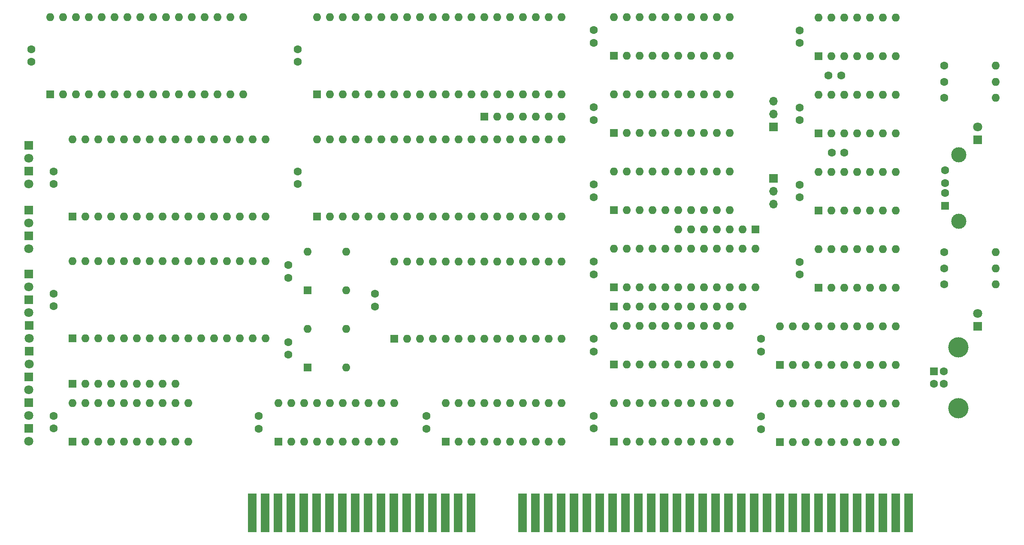
<source format=gts>
G04 #@! TF.GenerationSoftware,KiCad,Pcbnew,7.0.7*
G04 #@! TF.CreationDate,2023-09-15T21:48:08-04:00*
G04 #@! TF.ProjectId,2 - CPU and core components (Rev 2.2),32202d20-4350-4552-9061-6e6420636f72,rev?*
G04 #@! TF.SameCoordinates,Original*
G04 #@! TF.FileFunction,Soldermask,Top*
G04 #@! TF.FilePolarity,Negative*
%FSLAX46Y46*%
G04 Gerber Fmt 4.6, Leading zero omitted, Abs format (unit mm)*
G04 Created by KiCad (PCBNEW 7.0.7) date 2023-09-15 21:48:08*
%MOMM*%
%LPD*%
G01*
G04 APERTURE LIST*
%ADD10C,1.600000*%
%ADD11R,1.800000X1.800000*%
%ADD12C,1.800000*%
%ADD13R,1.600000X1.600000*%
%ADD14O,1.600000X1.600000*%
%ADD15C,4.000000*%
%ADD16R,1.700000X1.700000*%
%ADD17O,1.700000X1.700000*%
%ADD18C,3.000000*%
%ADD19R,1.780000X7.620000*%
G04 APERTURE END LIST*
D10*
X215265000Y-58464600D03*
X215265000Y-55964600D03*
X174625000Y-71140000D03*
X174625000Y-73640000D03*
X215265000Y-86434600D03*
X215265000Y-88934600D03*
D11*
X63156800Y-98993000D03*
D12*
X63156800Y-101533000D03*
D10*
X174625000Y-40660000D03*
X174625000Y-43160000D03*
X116205000Y-71070000D03*
X116205000Y-68570000D03*
X68028000Y-116840000D03*
X68028000Y-119340000D03*
D13*
X71755000Y-121890000D03*
D14*
X74295000Y-121890000D03*
X76835000Y-121890000D03*
X79375000Y-121890000D03*
X81915000Y-121890000D03*
X84455000Y-121890000D03*
X86995000Y-121890000D03*
X89535000Y-121890000D03*
X92075000Y-121890000D03*
X94615000Y-121890000D03*
X94615000Y-114270000D03*
X92075000Y-114270000D03*
X89535000Y-114270000D03*
X86995000Y-114270000D03*
X84455000Y-114270000D03*
X81915000Y-114270000D03*
X79375000Y-114270000D03*
X76835000Y-114270000D03*
X74295000Y-114270000D03*
X71755000Y-114270000D03*
D11*
X63150000Y-76163800D03*
D12*
X63150000Y-78703800D03*
D13*
X219012100Y-45784600D03*
D14*
X221552100Y-45784600D03*
X224092100Y-45784600D03*
X226632100Y-45784600D03*
X229172100Y-45784600D03*
X231712100Y-45784600D03*
X234252100Y-45784600D03*
X234252100Y-38164600D03*
X231712100Y-38164600D03*
X229172100Y-38164600D03*
X226632100Y-38164600D03*
X224092100Y-38164600D03*
X221552100Y-38164600D03*
X219012100Y-38164600D03*
D10*
X68028000Y-92690000D03*
X68028000Y-95190000D03*
D13*
X67310000Y-53310000D03*
D14*
X69850000Y-53310000D03*
X72390000Y-53310000D03*
X74930000Y-53310000D03*
X77470000Y-53310000D03*
X80010000Y-53310000D03*
X82550000Y-53310000D03*
X85090000Y-53310000D03*
X87630000Y-53310000D03*
X90170000Y-53310000D03*
X92710000Y-53310000D03*
X95250000Y-53310000D03*
X97790000Y-53310000D03*
X100330000Y-53310000D03*
X102870000Y-53310000D03*
X105410000Y-53310000D03*
X105410000Y-38070000D03*
X102870000Y-38070000D03*
X100330000Y-38070000D03*
X97790000Y-38070000D03*
X95250000Y-38070000D03*
X92710000Y-38070000D03*
X90170000Y-38070000D03*
X87630000Y-38070000D03*
X85090000Y-38070000D03*
X82550000Y-38070000D03*
X80010000Y-38070000D03*
X77470000Y-38070000D03*
X74930000Y-38070000D03*
X72390000Y-38070000D03*
X69850000Y-38070000D03*
X67310000Y-38070000D03*
D10*
X116205000Y-46940000D03*
X116205000Y-44440000D03*
X223442100Y-49594600D03*
X220942100Y-49594600D03*
D11*
X63150000Y-119333800D03*
D12*
X63150000Y-121873800D03*
D10*
X131445000Y-92730000D03*
X131445000Y-95230000D03*
D13*
X241719000Y-108034600D03*
D10*
X241719000Y-110534600D03*
X243719000Y-110534600D03*
X243719000Y-108034600D03*
D15*
X246579000Y-103284600D03*
X246579000Y-115284600D03*
D13*
X71750000Y-110490000D03*
D14*
X74290000Y-110490000D03*
X76830000Y-110490000D03*
X79370000Y-110490000D03*
X81910000Y-110490000D03*
X84450000Y-110490000D03*
X86990000Y-110490000D03*
X89530000Y-110490000D03*
X92070000Y-110490000D03*
D10*
X174625000Y-86380000D03*
X174625000Y-88880000D03*
D11*
X250355100Y-62294600D03*
D12*
X250355100Y-59754600D03*
D13*
X71755000Y-101560000D03*
D14*
X74295000Y-101560000D03*
X76835000Y-101560000D03*
X79375000Y-101560000D03*
X81915000Y-101560000D03*
X84455000Y-101560000D03*
X86995000Y-101560000D03*
X89535000Y-101560000D03*
X92075000Y-101560000D03*
X94615000Y-101560000D03*
X97155000Y-101560000D03*
X99695000Y-101560000D03*
X102235000Y-101560000D03*
X104775000Y-101560000D03*
X107315000Y-101560000D03*
X109855000Y-101560000D03*
X109855000Y-86320000D03*
X107315000Y-86320000D03*
X104775000Y-86320000D03*
X102235000Y-86320000D03*
X99695000Y-86320000D03*
X97155000Y-86320000D03*
X94615000Y-86320000D03*
X92075000Y-86320000D03*
X89535000Y-86320000D03*
X86995000Y-86320000D03*
X84455000Y-86320000D03*
X81915000Y-86320000D03*
X79375000Y-86320000D03*
X76835000Y-86320000D03*
X74295000Y-86320000D03*
X71755000Y-86320000D03*
D13*
X211397100Y-106744600D03*
D14*
X213937100Y-106744600D03*
X216477100Y-106744600D03*
X219017100Y-106744600D03*
X221557100Y-106744600D03*
X224097100Y-106744600D03*
X226637100Y-106744600D03*
X229177100Y-106744600D03*
X231717100Y-106744600D03*
X234257100Y-106744600D03*
X234257100Y-99124600D03*
X231717100Y-99124600D03*
X229177100Y-99124600D03*
X226637100Y-99124600D03*
X224097100Y-99124600D03*
X221557100Y-99124600D03*
X219017100Y-99124600D03*
X216477100Y-99124600D03*
X213937100Y-99124600D03*
X211397100Y-99124600D03*
D16*
X210127100Y-69914600D03*
D17*
X210127100Y-72454600D03*
X210127100Y-74994600D03*
D11*
X63150000Y-68523800D03*
D12*
X63150000Y-71063800D03*
D16*
X210127100Y-59754600D03*
D17*
X210127100Y-57214600D03*
X210127100Y-54674600D03*
D13*
X120015000Y-53330000D03*
D14*
X122555000Y-53330000D03*
X125095000Y-53330000D03*
X127635000Y-53330000D03*
X130175000Y-53330000D03*
X132715000Y-53330000D03*
X135255000Y-53330000D03*
X137795000Y-53330000D03*
X140335000Y-53330000D03*
X142875000Y-53330000D03*
X145415000Y-53330000D03*
X147955000Y-53330000D03*
X150495000Y-53330000D03*
X153035000Y-53330000D03*
X155575000Y-53330000D03*
X158115000Y-53330000D03*
X160655000Y-53330000D03*
X163195000Y-53330000D03*
X165735000Y-53330000D03*
X168275000Y-53330000D03*
X168275000Y-38090000D03*
X165735000Y-38090000D03*
X163195000Y-38090000D03*
X160655000Y-38090000D03*
X158115000Y-38090000D03*
X155575000Y-38090000D03*
X153035000Y-38090000D03*
X150495000Y-38090000D03*
X147955000Y-38090000D03*
X145415000Y-38090000D03*
X142875000Y-38090000D03*
X140335000Y-38090000D03*
X137795000Y-38090000D03*
X135255000Y-38090000D03*
X132715000Y-38090000D03*
X130175000Y-38090000D03*
X127635000Y-38090000D03*
X125095000Y-38090000D03*
X122555000Y-38090000D03*
X120015000Y-38090000D03*
D13*
X120015000Y-77460000D03*
D14*
X122555000Y-77460000D03*
X125095000Y-77460000D03*
X127635000Y-77460000D03*
X130175000Y-77460000D03*
X132715000Y-77460000D03*
X135255000Y-77460000D03*
X137795000Y-77460000D03*
X140335000Y-77460000D03*
X142875000Y-77460000D03*
X145415000Y-77460000D03*
X147955000Y-77460000D03*
X150495000Y-77460000D03*
X153035000Y-77460000D03*
X155575000Y-77460000D03*
X158115000Y-77460000D03*
X160655000Y-77460000D03*
X163195000Y-77460000D03*
X165735000Y-77460000D03*
X168275000Y-77460000D03*
X168275000Y-62220000D03*
X165735000Y-62220000D03*
X163195000Y-62220000D03*
X160655000Y-62220000D03*
X158115000Y-62220000D03*
X155575000Y-62220000D03*
X153035000Y-62220000D03*
X150495000Y-62220000D03*
X147955000Y-62220000D03*
X145415000Y-62220000D03*
X142875000Y-62220000D03*
X140335000Y-62220000D03*
X137795000Y-62220000D03*
X135255000Y-62220000D03*
X132715000Y-62220000D03*
X130175000Y-62220000D03*
X127635000Y-62220000D03*
X125095000Y-62220000D03*
X122555000Y-62220000D03*
X120015000Y-62220000D03*
D13*
X118110000Y-92065000D03*
D14*
X125730000Y-92065000D03*
X125730000Y-84445000D03*
X118110000Y-84445000D03*
D11*
X63150000Y-81243800D03*
D12*
X63150000Y-83783800D03*
D13*
X135255000Y-101600000D03*
D14*
X137795000Y-101600000D03*
X140335000Y-101600000D03*
X142875000Y-101600000D03*
X145415000Y-101600000D03*
X147955000Y-101600000D03*
X150495000Y-101600000D03*
X153035000Y-101600000D03*
X155575000Y-101600000D03*
X158115000Y-101600000D03*
X160655000Y-101600000D03*
X163195000Y-101600000D03*
X165735000Y-101600000D03*
X168275000Y-101600000D03*
X168275000Y-86360000D03*
X165735000Y-86360000D03*
X163195000Y-86360000D03*
X160655000Y-86360000D03*
X158115000Y-86360000D03*
X155575000Y-86360000D03*
X153035000Y-86360000D03*
X150495000Y-86360000D03*
X147955000Y-86360000D03*
X145415000Y-86360000D03*
X142875000Y-86360000D03*
X140335000Y-86360000D03*
X137795000Y-86360000D03*
X135255000Y-86360000D03*
D10*
X243782100Y-90889600D03*
D14*
X253942100Y-90889600D03*
D13*
X178562000Y-60960000D03*
D14*
X181102000Y-60960000D03*
X183642000Y-60960000D03*
X186182000Y-60960000D03*
X188722000Y-60960000D03*
X191262000Y-60960000D03*
X193802000Y-60960000D03*
X196342000Y-60960000D03*
X198882000Y-60960000D03*
X201422000Y-60960000D03*
X201422000Y-53340000D03*
X198882000Y-53340000D03*
X196342000Y-53340000D03*
X193802000Y-53340000D03*
X191262000Y-53340000D03*
X188722000Y-53340000D03*
X186182000Y-53340000D03*
X183642000Y-53340000D03*
X181102000Y-53340000D03*
X178562000Y-53340000D03*
D11*
X63150000Y-88853800D03*
D12*
X63150000Y-91393800D03*
D13*
X145415000Y-121910000D03*
D14*
X147955000Y-121910000D03*
X150495000Y-121910000D03*
X153035000Y-121910000D03*
X155575000Y-121910000D03*
X158115000Y-121910000D03*
X160655000Y-121910000D03*
X163195000Y-121910000D03*
X165735000Y-121910000D03*
X168275000Y-121910000D03*
X168275000Y-114290000D03*
X165735000Y-114290000D03*
X163195000Y-114290000D03*
X160655000Y-114290000D03*
X158115000Y-114290000D03*
X155575000Y-114290000D03*
X153035000Y-114290000D03*
X150495000Y-114290000D03*
X147955000Y-114290000D03*
X145415000Y-114290000D03*
D11*
X63150000Y-93933800D03*
D12*
X63150000Y-96473800D03*
D10*
X215265000Y-73704600D03*
X215265000Y-71204600D03*
D13*
X219017100Y-61024600D03*
D14*
X221557100Y-61024600D03*
X224097100Y-61024600D03*
X226637100Y-61024600D03*
X229177100Y-61024600D03*
X231717100Y-61024600D03*
X234257100Y-61024600D03*
X234257100Y-53404600D03*
X231717100Y-53404600D03*
X229177100Y-53404600D03*
X226637100Y-53404600D03*
X224097100Y-53404600D03*
X221557100Y-53404600D03*
X219017100Y-53404600D03*
D10*
X243782100Y-47709600D03*
D14*
X253942100Y-47709600D03*
D10*
X63583000Y-44420000D03*
X63583000Y-46920000D03*
X114300000Y-102255000D03*
X114300000Y-104755000D03*
X141605000Y-116850000D03*
X141605000Y-119350000D03*
X243782100Y-50884600D03*
D14*
X253942100Y-50884600D03*
D10*
X174625000Y-116840000D03*
X174625000Y-119340000D03*
D13*
X206502000Y-80020000D03*
D14*
X203962000Y-80020000D03*
X201422000Y-80020000D03*
X198882000Y-80020000D03*
X196342000Y-80020000D03*
X193802000Y-80020000D03*
X191262000Y-80020000D03*
D10*
X174625000Y-101630000D03*
X174625000Y-104130000D03*
X114300000Y-87055000D03*
X114300000Y-89555000D03*
X224097100Y-64834600D03*
X221597100Y-64834600D03*
D13*
X243989700Y-75339600D03*
D10*
X243989700Y-72839600D03*
X243989700Y-70839600D03*
X243989700Y-68339600D03*
D18*
X246699700Y-78409600D03*
X246699700Y-65269600D03*
D13*
X178562000Y-106680000D03*
D14*
X181102000Y-106680000D03*
X183642000Y-106680000D03*
X186182000Y-106680000D03*
X188722000Y-106680000D03*
X191262000Y-106680000D03*
X193802000Y-106680000D03*
X196342000Y-106680000D03*
X198882000Y-106680000D03*
X201422000Y-106680000D03*
X201422000Y-99060000D03*
X198882000Y-99060000D03*
X196342000Y-99060000D03*
X193802000Y-99060000D03*
X191262000Y-99060000D03*
X188722000Y-99060000D03*
X186182000Y-99060000D03*
X183642000Y-99060000D03*
X181102000Y-99060000D03*
X178562000Y-99060000D03*
D13*
X118110000Y-107305000D03*
D14*
X125730000Y-107305000D03*
X125730000Y-99685000D03*
X118110000Y-99685000D03*
D10*
X243782100Y-87714600D03*
D14*
X253942100Y-87714600D03*
D13*
X178567000Y-121900000D03*
D14*
X181107000Y-121900000D03*
X183647000Y-121900000D03*
X186187000Y-121900000D03*
X188727000Y-121900000D03*
X191267000Y-121900000D03*
X193807000Y-121900000D03*
X196347000Y-121900000D03*
X198887000Y-121900000D03*
X201427000Y-121900000D03*
X201427000Y-114280000D03*
X198887000Y-114280000D03*
X196347000Y-114280000D03*
X193807000Y-114280000D03*
X191267000Y-114280000D03*
X188727000Y-114280000D03*
X186187000Y-114280000D03*
X183647000Y-114280000D03*
X181107000Y-114280000D03*
X178567000Y-114280000D03*
D10*
X243782100Y-54059600D03*
D14*
X253942100Y-54059600D03*
D10*
X207645000Y-116944600D03*
X207645000Y-119444600D03*
D13*
X219017100Y-91504600D03*
D14*
X221557100Y-91504600D03*
X224097100Y-91504600D03*
X226637100Y-91504600D03*
X229177100Y-91504600D03*
X231717100Y-91504600D03*
X234257100Y-91504600D03*
X234257100Y-83884600D03*
X231717100Y-83884600D03*
X229177100Y-83884600D03*
X226637100Y-83884600D03*
X224097100Y-83884600D03*
X221557100Y-83884600D03*
X219017100Y-83884600D03*
D11*
X63156800Y-104073000D03*
D12*
X63156800Y-106613000D03*
D13*
X153035000Y-57785000D03*
D14*
X155575000Y-57785000D03*
X158115000Y-57785000D03*
X160655000Y-57785000D03*
X163195000Y-57785000D03*
X165735000Y-57785000D03*
X168275000Y-57785000D03*
D10*
X243782100Y-84539600D03*
D14*
X253942100Y-84539600D03*
D13*
X219017100Y-76264600D03*
D14*
X221557100Y-76264600D03*
X224097100Y-76264600D03*
X226637100Y-76264600D03*
X229177100Y-76264600D03*
X231717100Y-76264600D03*
X234257100Y-76264600D03*
X234257100Y-68644600D03*
X231717100Y-68644600D03*
X229177100Y-68644600D03*
X226637100Y-68644600D03*
X224097100Y-68644600D03*
X221557100Y-68644600D03*
X219017100Y-68644600D03*
D10*
X68028000Y-68550000D03*
X68028000Y-71050000D03*
D13*
X178562000Y-95250000D03*
D14*
X181102000Y-95250000D03*
X183642000Y-95250000D03*
X186182000Y-95250000D03*
X188722000Y-95250000D03*
X191262000Y-95250000D03*
X193802000Y-95250000D03*
X196342000Y-95250000D03*
X198882000Y-95250000D03*
X201422000Y-95250000D03*
X203962000Y-95250000D03*
D10*
X174625000Y-55900000D03*
X174625000Y-58400000D03*
D11*
X63150000Y-114253800D03*
D12*
X63150000Y-116793800D03*
D13*
X178562000Y-45720000D03*
D14*
X181102000Y-45720000D03*
X183642000Y-45720000D03*
X186182000Y-45720000D03*
X188722000Y-45720000D03*
X191262000Y-45720000D03*
X193802000Y-45720000D03*
X196342000Y-45720000D03*
X198882000Y-45720000D03*
X201422000Y-45720000D03*
X201422000Y-38100000D03*
X198882000Y-38100000D03*
X196342000Y-38100000D03*
X193802000Y-38100000D03*
X191262000Y-38100000D03*
X188722000Y-38100000D03*
X186182000Y-38100000D03*
X183642000Y-38100000D03*
X181102000Y-38100000D03*
X178562000Y-38100000D03*
D10*
X207645000Y-101620000D03*
X207645000Y-104120000D03*
D13*
X178562000Y-91440000D03*
D14*
X181102000Y-91440000D03*
X183642000Y-91440000D03*
X186182000Y-91440000D03*
X188722000Y-91440000D03*
X191262000Y-91440000D03*
X193802000Y-91440000D03*
X196342000Y-91440000D03*
X198882000Y-91440000D03*
X201422000Y-91440000D03*
X203962000Y-91440000D03*
X206502000Y-91440000D03*
X206502000Y-83820000D03*
X203962000Y-83820000D03*
X201422000Y-83820000D03*
X198882000Y-83820000D03*
X196342000Y-83820000D03*
X193802000Y-83820000D03*
X191262000Y-83820000D03*
X188722000Y-83820000D03*
X186182000Y-83820000D03*
X183642000Y-83820000D03*
X181102000Y-83820000D03*
X178562000Y-83820000D03*
D11*
X63150000Y-63443800D03*
D12*
X63150000Y-65983800D03*
D10*
X108458000Y-116850000D03*
X108458000Y-119350000D03*
D13*
X211397100Y-121984600D03*
D14*
X213937100Y-121984600D03*
X216477100Y-121984600D03*
X219017100Y-121984600D03*
X221557100Y-121984600D03*
X224097100Y-121984600D03*
X226637100Y-121984600D03*
X229177100Y-121984600D03*
X231717100Y-121984600D03*
X234257100Y-121984600D03*
X234257100Y-114364600D03*
X231717100Y-114364600D03*
X229177100Y-114364600D03*
X226637100Y-114364600D03*
X224097100Y-114364600D03*
X221557100Y-114364600D03*
X219017100Y-114364600D03*
X216477100Y-114364600D03*
X213937100Y-114364600D03*
X211397100Y-114364600D03*
D13*
X178567000Y-76200000D03*
D14*
X181107000Y-76200000D03*
X183647000Y-76200000D03*
X186187000Y-76200000D03*
X188727000Y-76200000D03*
X191267000Y-76200000D03*
X193807000Y-76200000D03*
X196347000Y-76200000D03*
X198887000Y-76200000D03*
X201427000Y-76200000D03*
X201427000Y-68580000D03*
X198887000Y-68580000D03*
X196347000Y-68580000D03*
X193807000Y-68580000D03*
X191267000Y-68580000D03*
X188727000Y-68580000D03*
X186187000Y-68580000D03*
X183647000Y-68580000D03*
X181107000Y-68580000D03*
X178567000Y-68580000D03*
D11*
X63150000Y-109173800D03*
D12*
X63150000Y-111713800D03*
D19*
X236797100Y-135954600D03*
X234257100Y-135954600D03*
X231717100Y-135954600D03*
X229177100Y-135954600D03*
X226637100Y-135954600D03*
X224097100Y-135954600D03*
X221557100Y-135954600D03*
X219017100Y-135954600D03*
X216477100Y-135954600D03*
X213937100Y-135954600D03*
X211397100Y-135954600D03*
X208857100Y-135954600D03*
X206317100Y-135954600D03*
X203777100Y-135954600D03*
X201237100Y-135954600D03*
X198697100Y-135954600D03*
X196157100Y-135954600D03*
X193617100Y-135954600D03*
X191077100Y-135954600D03*
X188537100Y-135954600D03*
X185997100Y-135954600D03*
X183457100Y-135954600D03*
X180917100Y-135954600D03*
X178377100Y-135954600D03*
X175837100Y-135954600D03*
X173297100Y-135954600D03*
X170757100Y-135954600D03*
X168217100Y-135954600D03*
X165677100Y-135954600D03*
X163137100Y-135954600D03*
X160597100Y-135954600D03*
X150437100Y-135954600D03*
X147897100Y-135954600D03*
X145357100Y-135954600D03*
X142817100Y-135954600D03*
X140277100Y-135954600D03*
X137737100Y-135954600D03*
X135197100Y-135954600D03*
X132657100Y-135954600D03*
X130117100Y-135954600D03*
X127577100Y-135954600D03*
X125037100Y-135954600D03*
X122497100Y-135954600D03*
X119957100Y-135954600D03*
X117417100Y-135954600D03*
X114877100Y-135954600D03*
X112337100Y-135954600D03*
X109797100Y-135954600D03*
X107257100Y-135954600D03*
D13*
X112395000Y-121900000D03*
D14*
X114935000Y-121900000D03*
X117475000Y-121900000D03*
X120015000Y-121900000D03*
X122555000Y-121900000D03*
X125095000Y-121900000D03*
X127635000Y-121900000D03*
X130175000Y-121900000D03*
X132715000Y-121900000D03*
X135255000Y-121900000D03*
X135255000Y-114280000D03*
X132715000Y-114280000D03*
X130175000Y-114280000D03*
X127635000Y-114280000D03*
X125095000Y-114280000D03*
X122555000Y-114280000D03*
X120015000Y-114280000D03*
X117475000Y-114280000D03*
X114935000Y-114280000D03*
X112395000Y-114280000D03*
D11*
X250355100Y-99124600D03*
D12*
X250355100Y-96584600D03*
D10*
X215265000Y-40724600D03*
X215265000Y-43224600D03*
D13*
X71755000Y-77440000D03*
D14*
X74295000Y-77440000D03*
X76835000Y-77440000D03*
X79375000Y-77440000D03*
X81915000Y-77440000D03*
X84455000Y-77440000D03*
X86995000Y-77440000D03*
X89535000Y-77440000D03*
X92075000Y-77440000D03*
X94615000Y-77440000D03*
X97155000Y-77440000D03*
X99695000Y-77440000D03*
X102235000Y-77440000D03*
X104775000Y-77440000D03*
X107315000Y-77440000D03*
X109855000Y-77440000D03*
X109855000Y-62200000D03*
X107315000Y-62200000D03*
X104775000Y-62200000D03*
X102235000Y-62200000D03*
X99695000Y-62200000D03*
X97155000Y-62200000D03*
X94615000Y-62200000D03*
X92075000Y-62200000D03*
X89535000Y-62200000D03*
X86995000Y-62200000D03*
X84455000Y-62200000D03*
X81915000Y-62200000D03*
X79375000Y-62200000D03*
X76835000Y-62200000D03*
X74295000Y-62200000D03*
X71755000Y-62200000D03*
M02*

</source>
